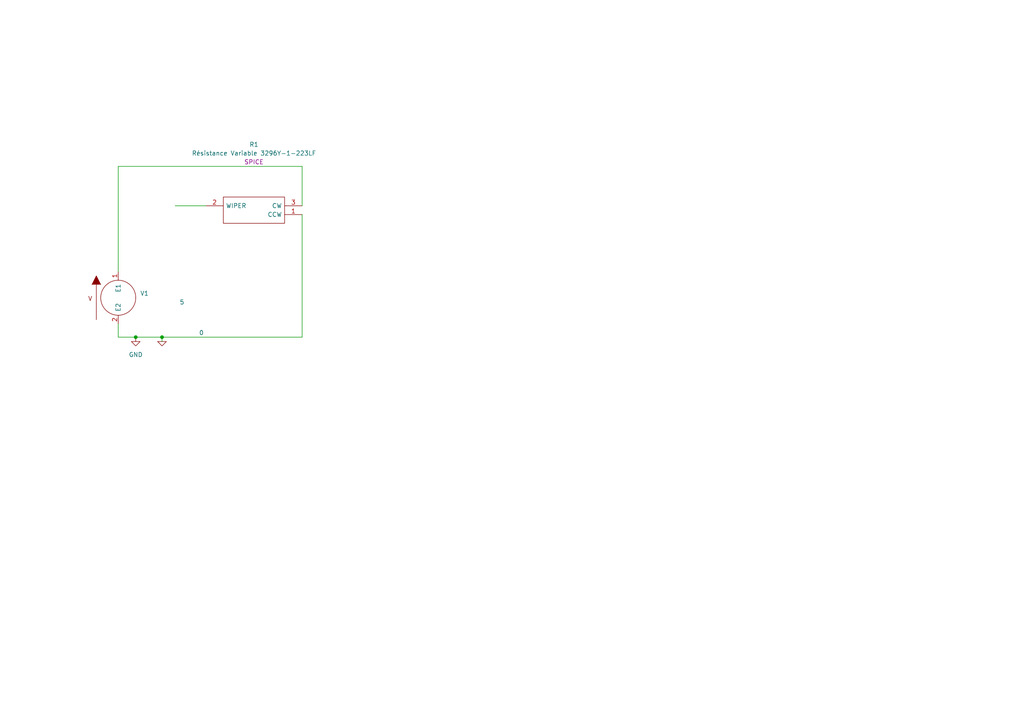
<source format=kicad_sch>
(kicad_sch (version 20211123) (generator eeschema)
  (paper "A4")
  (lib_symbols
    (symbol "EPSA_Lib:Résistance Variable 3296Y-1-223LF" (pin_names (offset 0.762))
      (property "Reference" "R" (at 38.1 7.62 0))
      (property "Value" "Résistance Variable 3296Y-1-223LF" (at 38.1 5.08 0))
      (property "Spice_Primitive" "X" (at 38.1 7.62 0))
      (property "Spice_Model" "VARYSTOR Rtot = 100 Part = 0.75" (at 38.1 7.62 0))
      (property "Spice_Netlist_Enabled" "Y" (at 38.1 7.62 0))
      (property "Spice_Lib_File" "EPSA_Varystor.lib" (at 38.1 7.62 0))
      (symbol "Résistance Variable 3296Y-1-223LF_0_0"
        (pin passive line (at 27.94 -2.54 180) (length 5.08) (name "CCW") (number "1"))
        (pin passive line (at 0 0 0) (length 5.08) (name "WIPER") (number "2"))
        (pin passive line (at 27.94 0 180) (length 5.08) (name "CW") (number "3"))
      )
      (symbol "Résistance Variable 3296Y-1-223LF_0_1"
        (polyline (pts (xy 5.08 2.54) (xy 22.86 2.54) (xy 22.86 -5.08) (xy 5.08 -5.08) (xy 5.08 2.54)) (stroke (width 0.1524)))
      )
    )
    (symbol "power:GND" (power) (pin_names (offset 0))
      (property "Value" "GND" (at 0 -3.81 0))
      (symbol "GND_0_1"
        (polyline (pts (xy 0 0) (xy 0 -1.27) (xy 1.27 -1.27) (xy 0 -2.54) (xy -1.27 -1.27) (xy 0 -1.27)))
      )
      (symbol "GND_1_1"
        (pin power_in line (at 0 0 270) (length 0) hide (name "GND") (number "1"))
      )
    )
    (symbol "pspice:0" (power) (pin_names (offset 0))
      (property "Value" "0" (at 0 -1.778 0))
      (symbol "0_0_1"
        (polyline (pts (xy -1.27 0) (xy 0 -1.27) (xy 1.27 0) (xy -1.27 0)))
      )
      (symbol "0_1_1"
        (pin power_in line (at 0 0 0) (length 0) hide (name "0") (number "1"))
      )
    )
    (symbol "pspice:VSOURCE" (pin_names (offset 1.016))
      (property "Reference" "V" (at -6.35 7.62 0))
      (property "Value" "VSOURCE" (at 0 0 0))
      (symbol "VSOURCE_0_1"
        (polyline (pts (xy -6.35 -6.35) (xy -6.35 3.81)) (fill (type outline)))
        (polyline (pts (xy -7.62 3.81) (xy -6.35 6.35) (xy -5.08 3.81)) (fill (type outline)))
        (circle (center 0 0) (radius 5.08))
        (text "V" (at -8.128 -0.254 0) (effects (font (size 1.27 1.27))))
      )
      (symbol "VSOURCE_1_1"
        (pin input line (at 0 7.62 270) (length 2.54) (name "E1") (number "1"))
        (pin input line (at 0 -7.62 90) (length 2.54) (name "E2") (number "2"))
      )
    )
  )
  (junction (at 46.99 97.79))
  (junction (at 39.37 97.79))
  (wire (pts (xy 34.29 93.98) (xy 34.29 97.79)))
  (wire (pts (xy 87.63 48.26) (xy 87.63 59.69)))
  (wire (pts (xy 46.99 97.79) (xy 46.99 99.06)))
  (wire (pts (xy 34.29 97.79) (xy 39.37 97.79)))
  (wire (pts (xy 34.29 48.26) (xy 34.29 78.74)))
  (wire (pts (xy 59.69 59.69) (xy 50.8 59.69)))
  (wire (pts (xy 34.29 48.26) (xy 87.63 48.26)))
  (wire (pts (xy 87.63 62.23) (xy 87.63 97.79)))
  (wire (pts (xy 39.37 97.79) (xy 46.99 97.79)))
  (wire (pts (xy 46.99 97.79) (xy 87.63 97.79)))
  (symbol (lib_id "EPSA_Lib:Résistance Variable 3296Y-1-223LF") (at 59.69 59.69 0) (unit 1)
    (property "Reference" "R1" (at 73.66 41.91 0))
    (property "Value" "Résistance Variable 3296Y-1-223LF" (at 73.66 44.45 0))
    (property "Footprint" "3296Y1223LF" (effects hide))
    (property "Datasheet" "https://www.bourns.com/docs/Product-Datasheets/3296.pdf" (effects hide))
    (property "Description" "Bourns 3296Y Series 25-Turn Through Hole Cermet Trimmer Resistor with Solder Pin Terminations, 22k +/-10% 0.5W +/-100ppm/C" (effects hide))
    (property "Height" "11.8" (effects hide))
    (property "Manufacturer_Name" "Bourns" (effects hide))
    (property "Manufacturer_Part_Number" "3296Y-1-223LF" (effects hide))
    (property "Mouser Part Number" "652-3296Y-1-223LF" (effects hide))
    (property "Mouser Price/Stock" "https://www.mouser.co.uk/ProductDetail/Bourns/3296Y-1-223LF?qs=RUdTbCszRyG%2Fz0rQkQfbLg%3D%3D" (effects hide))
    (property "Arrow Part Number" "3296Y-1-223LF" (effects hide))
    (property "Arrow Price/Stock" "https://www.arrow.com/en/products/3296y-1-223lf/bourns" (effects hide))
    (property "Spice_Primitive" "X" (at 73.66 46.99 0))
    (property "Spice_Model" "VARYSTOR Rtot = 100 Part = 1" (at 73.66 49.53 0))
    (property "Spice_Netlist_Enabled" "Y" (at 73.66 52.07 0))
    (property "Spice_Lib_File" "EPSA_Varystor.lib" (at 73.66 54.61 0))
  )
  (symbol (lib_id "pspice:0") (at 46.99 99.06 0) (unit 1)
    (property "Reference" "#GND01" (effects hide))
    (property "Value" "0" (at 58.42 96.52 0))
  )
  (symbol (lib_id "pspice:VSOURCE") (at 34.29 86.36 0) (unit 1)
    (property "Reference" "V1" (at 40.64 85.0899 0) (effects (justify left)))
    (property "Value" "VSOURCE" (at 52.07 87.6299 0) (effects (justify left)))
    (property "Spice_Primitive" "V" (effects hide))
    (property "Spice_Model" "dc 5" (effects hide))
    (property "Spice_Netlist_Enabled" "Y" (effects hide))
  )
  (symbol (lib_id "power:GND") (at 39.37 97.79 0) (unit 1)
    (property "Reference" "#PWR01" (effects hide))
    (property "Value" "GND" (at 39.37 102.87 0))
  )
)
</source>
